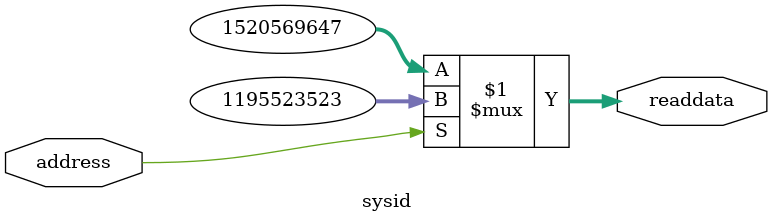
<source format=v>

`timescale 1ns / 1ps
// synthesis translate_on

// turn off superfluous verilog processor warnings 
// altera message_level Level1 
// altera message_off 10034 10035 10036 10037 10230 10240 10030 

module sysid (
               // inputs:
                address,

               // outputs:
                readdata
             )
;

  output  [ 31: 0] readdata;
  input            address;

  wire    [ 31: 0] readdata;
  //control_slave, which is an e_avalon_slave
  assign readdata = address ? 1195523523 : 1520569647;

endmodule


</source>
